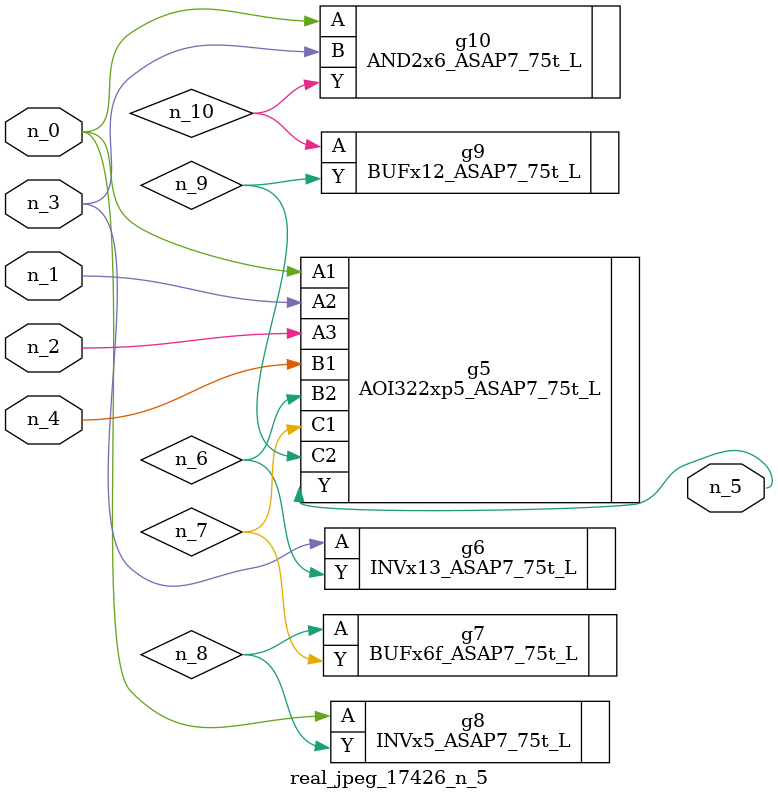
<source format=v>
module real_jpeg_17426_n_5 (n_4, n_0, n_1, n_2, n_3, n_5);

input n_4;
input n_0;
input n_1;
input n_2;
input n_3;

output n_5;

wire n_8;
wire n_6;
wire n_7;
wire n_10;
wire n_9;

AOI322xp5_ASAP7_75t_L g5 ( 
.A1(n_0),
.A2(n_1),
.A3(n_2),
.B1(n_4),
.B2(n_6),
.C1(n_7),
.C2(n_9),
.Y(n_5)
);

INVx5_ASAP7_75t_L g8 ( 
.A(n_0),
.Y(n_8)
);

AND2x6_ASAP7_75t_L g10 ( 
.A(n_0),
.B(n_3),
.Y(n_10)
);

INVx13_ASAP7_75t_L g6 ( 
.A(n_3),
.Y(n_6)
);

BUFx6f_ASAP7_75t_L g7 ( 
.A(n_8),
.Y(n_7)
);

BUFx12_ASAP7_75t_L g9 ( 
.A(n_10),
.Y(n_9)
);


endmodule
</source>
